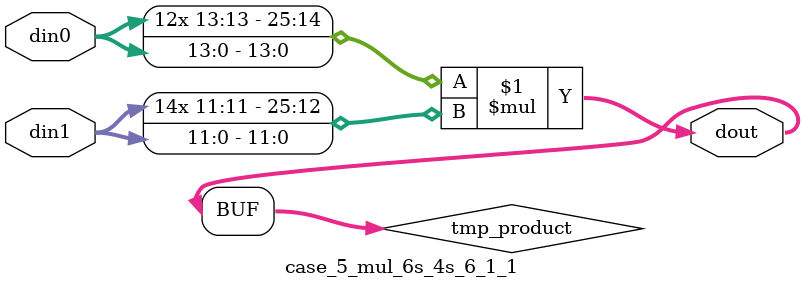
<source format=v>

`timescale 1 ns / 1 ps

 module case_5_mul_6s_4s_6_1_1(din0, din1, dout);
parameter ID = 1;
parameter NUM_STAGE = 0;
parameter din0_WIDTH = 14;
parameter din1_WIDTH = 12;
parameter dout_WIDTH = 26;

input [din0_WIDTH - 1 : 0] din0; 
input [din1_WIDTH - 1 : 0] din1; 
output [dout_WIDTH - 1 : 0] dout;

wire signed [dout_WIDTH - 1 : 0] tmp_product;



























assign tmp_product = $signed(din0) * $signed(din1);








assign dout = tmp_product;





















endmodule

</source>
